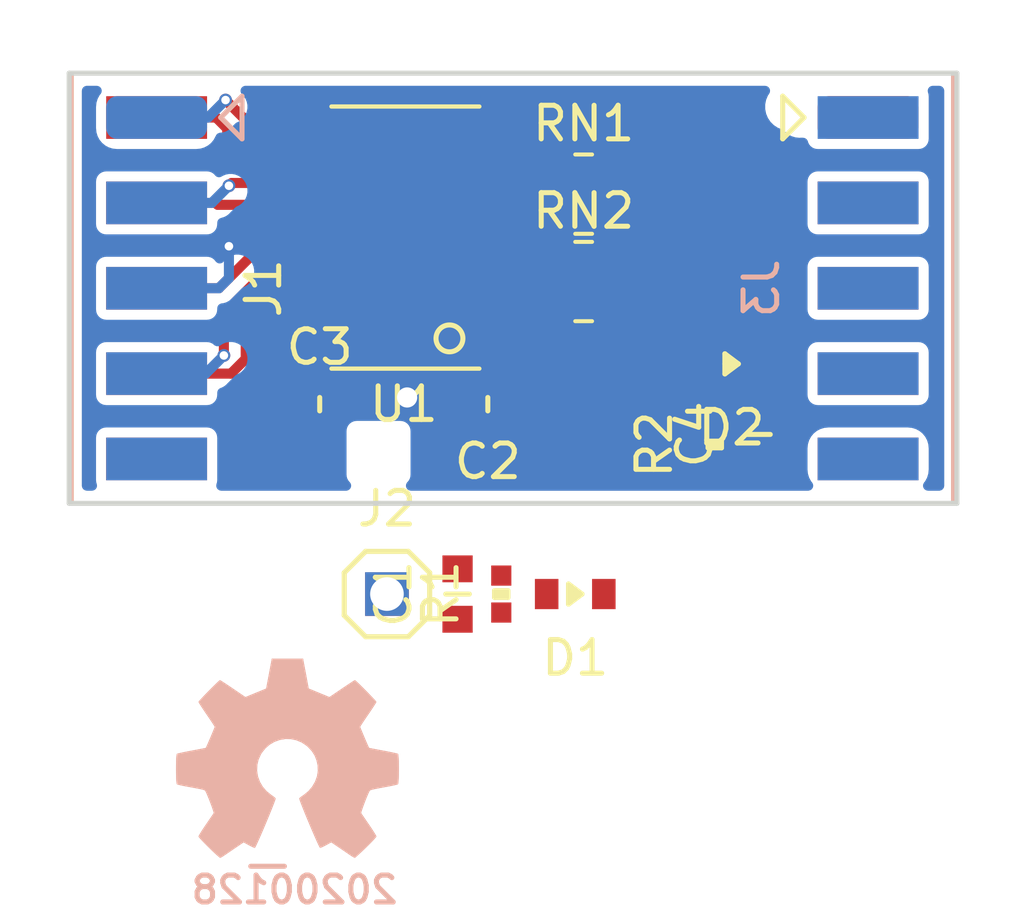
<source format=kicad_pcb>
(kicad_pcb (version 20171130) (host pcbnew 5.1.5-52549c5~84~ubuntu18.04.1)

  (general
    (thickness 1.6)
    (drawings 4)
    (tracks 65)
    (zones 0)
    (modules 16)
    (nets 30)
  )

  (page A4)
  (layers
    (0 F.Cu signal)
    (31 B.Cu signal)
    (32 B.Adhes user)
    (33 F.Adhes user)
    (34 B.Paste user)
    (35 F.Paste user)
    (36 B.SilkS user)
    (37 F.SilkS user)
    (38 B.Mask user)
    (39 F.Mask user)
    (40 Dwgs.User user)
    (41 Cmts.User user)
    (42 Eco1.User user)
    (43 Eco2.User user)
    (44 Edge.Cuts user)
    (45 Margin user)
    (46 B.CrtYd user)
    (47 F.CrtYd user)
    (48 B.Fab user)
    (49 F.Fab user)
  )

  (setup
    (last_trace_width 0.3)
    (user_trace_width 0.1524)
    (user_trace_width 0.2)
    (user_trace_width 0.3)
    (user_trace_width 0.4)
    (user_trace_width 0.6)
    (user_trace_width 1)
    (user_trace_width 1.5)
    (user_trace_width 2)
    (trace_clearance 0.1524)
    (zone_clearance 0.3)
    (zone_45_only no)
    (trace_min 0.1524)
    (via_size 0.381)
    (via_drill 0.254)
    (via_min_size 0.381)
    (via_min_drill 0.254)
    (user_via 0.4 0.254)
    (user_via 0.6 0.4)
    (user_via 0.8 0.6)
    (user_via 1 0.8)
    (user_via 1.3 1)
    (user_via 1.5 1.2)
    (user_via 1.7 1.4)
    (user_via 1.9 1.6)
    (uvia_size 0.381)
    (uvia_drill 0.254)
    (uvias_allowed no)
    (uvia_min_size 0.381)
    (uvia_min_drill 0.254)
    (edge_width 0.15)
    (segment_width 0.2)
    (pcb_text_width 0.3)
    (pcb_text_size 1.5 1.5)
    (mod_edge_width 0.15)
    (mod_text_size 1 1)
    (mod_text_width 0.15)
    (pad_size 1.524 1.524)
    (pad_drill 0.762)
    (pad_to_mask_clearance 0.1)
    (solder_mask_min_width 0.1)
    (aux_axis_origin 0 0)
    (visible_elements FFFFFF7F)
    (pcbplotparams
      (layerselection 0x010fc_ffffffff)
      (usegerberextensions true)
      (usegerberattributes false)
      (usegerberadvancedattributes false)
      (creategerberjobfile false)
      (excludeedgelayer true)
      (linewidth 0.100000)
      (plotframeref false)
      (viasonmask false)
      (mode 1)
      (useauxorigin false)
      (hpglpennumber 1)
      (hpglpenspeed 20)
      (hpglpendiameter 15.000000)
      (psnegative false)
      (psa4output false)
      (plotreference true)
      (plotvalue true)
      (plotinvisibletext false)
      (padsonsilk false)
      (subtractmaskfromsilk false)
      (outputformat 1)
      (mirror false)
      (drillshape 0)
      (scaleselection 1)
      (outputdirectory "OSH_Park_2_layer_plots"))
  )

  (net 0 "")
  (net 1 /VSS)
  (net 2 /VDD_LA)
  (net 3 /VDD_TARGET)
  (net 4 "Net-(D1-Pad2)")
  (net 5 "Net-(D2-Pad2)")
  (net 6 /CH8_OUT)
  (net 7 /CH7_OUT)
  (net 8 /CH6_OUT)
  (net 9 /CH5_OUT)
  (net 10 /CH4_OUT)
  (net 11 /CH3_OUT)
  (net 12 /CH2_OUT)
  (net 13 /CH1_OUT)
  (net 14 /CH8)
  (net 15 /CH7)
  (net 16 /CH6)
  (net 17 /CH5)
  (net 18 /CH4)
  (net 19 /CH3)
  (net 20 /CH2)
  (net 21 /CH1)
  (net 22 /CH4_IN)
  (net 23 /CH2_IN)
  (net 24 /CH3_IN)
  (net 25 /CH1_IN)
  (net 26 /CH8_IN)
  (net 27 /CH6_IN)
  (net 28 /CH7_IN)
  (net 29 /CH5_IN)

  (net_class Default "This is the default net class."
    (clearance 0.1524)
    (trace_width 0.1524)
    (via_dia 0.381)
    (via_drill 0.254)
    (uvia_dia 0.381)
    (uvia_drill 0.254)
    (add_net /CH1)
    (add_net /CH1_IN)
    (add_net /CH1_OUT)
    (add_net /CH2)
    (add_net /CH2_IN)
    (add_net /CH2_OUT)
    (add_net /CH3)
    (add_net /CH3_IN)
    (add_net /CH3_OUT)
    (add_net /CH4)
    (add_net /CH4_IN)
    (add_net /CH4_OUT)
    (add_net /CH5)
    (add_net /CH5_IN)
    (add_net /CH5_OUT)
    (add_net /CH6)
    (add_net /CH6_IN)
    (add_net /CH6_OUT)
    (add_net /CH7)
    (add_net /CH7_IN)
    (add_net /CH7_OUT)
    (add_net /CH8)
    (add_net /CH8_IN)
    (add_net /CH8_OUT)
    (add_net /VDD_LA)
    (add_net /VDD_TARGET)
    (add_net /VSS)
    (add_net "Net-(D1-Pad2)")
    (add_net "Net-(D2-Pad2)")
    (add_net "Net-(J1-Pad9)")
  )

  (module SquantorConnectors:Header-0254-2X05-SMD-Edge (layer B.Cu) (tedit 5E3097C9) (tstamp 5E31053B)
    (at 187.7 88 270)
    (descr "2 by 5 pinheader 2.54mm pitch PCB edge")
    (tags "PCB edge header")
    (path /5E3111F5)
    (fp_text reference J3 (at 0 5.715 270) (layer B.SilkS)
      (effects (font (size 1 1) (thickness 0.15)) (justify mirror))
    )
    (fp_text value Conn_02x05_Odd_Even (at 0 -1.27 270) (layer B.Fab)
      (effects (font (size 1 1) (thickness 0.15)) (justify mirror))
    )
    (fp_line (start -4.445 5.08) (end -5.08 4.445) (layer F.SilkS) (width 0.15))
    (fp_line (start -5.715 5.08) (end -4.445 5.08) (layer F.SilkS) (width 0.15))
    (fp_line (start -5.08 4.445) (end -5.715 5.08) (layer F.SilkS) (width 0.15))
    (fp_line (start -6.35 0) (end 6.35 0) (layer F.SilkS) (width 0.15))
    (fp_line (start 6.35 0) (end -6.35 0) (layer F.CrtYd) (width 0.05))
    (fp_line (start 6.35 5.08) (end 6.35 0) (layer F.CrtYd) (width 0.05))
    (fp_line (start -6.35 5.08) (end 6.35 5.08) (layer F.CrtYd) (width 0.05))
    (fp_line (start -6.35 0) (end -6.35 5.08) (layer F.CrtYd) (width 0.05))
    (fp_line (start 6.35 0) (end -6.35 0) (layer B.CrtYd) (width 0.05))
    (fp_line (start 6.35 5.08) (end 6.35 0) (layer B.CrtYd) (width 0.05))
    (fp_line (start -6.35 5.08) (end 6.35 5.08) (layer B.CrtYd) (width 0.05))
    (fp_line (start -6.35 0) (end -6.35 5.08) (layer B.CrtYd) (width 0.05))
    (fp_line (start -6.35 0) (end 6.35 0) (layer B.SilkS) (width 0.15))
    (pad 10 smd rect (at 5.08 2.54 270) (size 1.27 3) (layers B.Cu B.Paste B.Mask)
      (net 1 /VSS))
    (pad 9 smd rect (at 5.08 2.54 270) (size 1.27 3) (layers F.Cu F.Paste F.Mask)
      (net 3 /VDD_TARGET))
    (pad 8 smd rect (at 2.54 2.54 270) (size 1.27 3) (layers B.Cu B.Paste B.Mask)
      (net 14 /CH8))
    (pad 7 smd rect (at 2.54 2.54 270) (size 1.27 3) (layers F.Cu F.Paste F.Mask)
      (net 15 /CH7))
    (pad 6 smd rect (at 0 2.54 270) (size 1.27 3) (layers B.Cu B.Paste B.Mask)
      (net 16 /CH6))
    (pad 5 smd rect (at 0 2.54 270) (size 1.27 3) (layers F.Cu F.Paste F.Mask)
      (net 17 /CH5))
    (pad 4 smd rect (at -2.54 2.54 270) (size 1.27 3) (layers B.Cu B.Paste B.Mask)
      (net 18 /CH4))
    (pad 3 smd rect (at -2.54 2.54 270) (size 1.27 3) (layers F.Cu F.Paste F.Mask)
      (net 19 /CH3))
    (pad 2 smd rect (at -5.08 2.54 270) (size 1.27 3) (layers B.Cu B.Paste B.Mask)
      (net 20 /CH2))
    (pad 1 smd roundrect (at -5.08 2.54 270) (size 1.27 3) (layers F.Cu F.Paste F.Mask) (roundrect_rratio 0.25)
      (net 21 /CH1))
  )

  (module SquantorIC:SOT355-1-NXP (layer F.Cu) (tedit 5CF7F864) (tstamp 5E3105D8)
    (at 171.35 86.45 180)
    (descr "SOT355-1 TSSOP24: plastic thin shrink small outline package; 24 leads; body width 4.4 mm NXP specification")
    (path /5E29512E)
    (fp_text reference U1 (at 0 -5) (layer F.SilkS)
      (effects (font (size 1 1) (thickness 0.15)))
    )
    (fp_text value 74X8T245 (at 0 5) (layer F.Fab)
      (effects (font (size 1 1) (thickness 0.15)))
    )
    (fp_line (start -4 -4.4) (end -4 4.3) (layer F.CrtYd) (width 0.05))
    (fp_line (start 3.9 -4.4) (end -4 -4.4) (layer F.CrtYd) (width 0.05))
    (fp_line (start 3.9 4.3) (end 3.9 -4.4) (layer F.CrtYd) (width 0.05))
    (fp_line (start -4 4.3) (end 3.9 4.3) (layer F.CrtYd) (width 0.05))
    (fp_poly (pts (xy -3.248975 3.407828) (xy -3.248975 3.657828) (xy -2.248975 3.657828) (xy -2.248975 3.407828)) (layer Dwgs.User) (width 0))
    (fp_poly (pts (xy -3.248975 2.757828) (xy -3.248975 3.007828) (xy -2.248975 3.007828) (xy -2.248975 2.757828)) (layer Dwgs.User) (width 0))
    (fp_poly (pts (xy -3.248975 2.107828) (xy -3.248975 2.357828) (xy -2.248975 2.357828) (xy -2.248975 2.107828)) (layer Dwgs.User) (width 0))
    (fp_poly (pts (xy -3.248975 1.457828) (xy -3.248975 1.707828) (xy -2.248975 1.707828) (xy -2.248975 1.457828)) (layer Dwgs.User) (width 0))
    (fp_poly (pts (xy -3.248975 0.807828) (xy -3.248975 1.057828) (xy -2.248975 1.057828) (xy -2.248975 0.807828)) (layer Dwgs.User) (width 0))
    (fp_poly (pts (xy -3.248975 0.157828) (xy -3.248975 0.407828) (xy -2.248975 0.407828) (xy -2.248975 0.157828)) (layer Dwgs.User) (width 0))
    (fp_poly (pts (xy -3.248975 -3.742172) (xy -3.248975 -3.492172) (xy -2.248975 -3.492172) (xy -2.248975 -3.742172)) (layer Dwgs.User) (width 0))
    (fp_poly (pts (xy -3.248975 -3.092172) (xy -3.248975 -2.842172) (xy -2.248975 -2.842172) (xy -2.248975 -3.092172)) (layer Dwgs.User) (width 0))
    (fp_poly (pts (xy -3.248975 -2.442172) (xy -3.248975 -2.192172) (xy -2.248975 -2.192172) (xy -2.248975 -2.442172)) (layer Dwgs.User) (width 0))
    (fp_poly (pts (xy -3.248975 -1.792172) (xy -3.248975 -1.542172) (xy -2.248975 -1.542172) (xy -2.248975 -1.792172)) (layer Dwgs.User) (width 0))
    (fp_poly (pts (xy -3.248975 -1.142172) (xy -3.248975 -0.892172) (xy -2.248975 -0.892172) (xy -2.248975 -1.142172)) (layer Dwgs.User) (width 0))
    (fp_poly (pts (xy -3.248975 -0.492172) (xy -3.248975 -0.242172) (xy -2.248975 -0.242172) (xy -2.248975 -0.492172)) (layer Dwgs.User) (width 0))
    (fp_poly (pts (xy 2.151025 3.407828) (xy 2.151025 3.657828) (xy 3.151025 3.657828) (xy 3.151025 3.407828)) (layer Dwgs.User) (width 0))
    (fp_poly (pts (xy 2.151025 2.757828) (xy 2.151025 3.007828) (xy 3.151025 3.007828) (xy 3.151025 2.757828)) (layer Dwgs.User) (width 0))
    (fp_poly (pts (xy 2.151025 2.107828) (xy 2.151025 2.357828) (xy 3.151025 2.357828) (xy 3.151025 2.107828)) (layer Dwgs.User) (width 0))
    (fp_poly (pts (xy 2.151025 1.457828) (xy 2.151025 1.707828) (xy 3.151025 1.707828) (xy 3.151025 1.457828)) (layer Dwgs.User) (width 0))
    (fp_poly (pts (xy 2.151025 0.807828) (xy 2.151025 1.057828) (xy 3.151025 1.057828) (xy 3.151025 0.807828)) (layer Dwgs.User) (width 0))
    (fp_poly (pts (xy 2.151025 0.157828) (xy 2.151025 0.407828) (xy 3.151025 0.407828) (xy 3.151025 0.157828)) (layer Dwgs.User) (width 0))
    (fp_poly (pts (xy 2.151025 -3.742172) (xy 2.151025 -3.492172) (xy 3.151025 -3.492172) (xy 3.151025 -3.742172)) (layer Dwgs.User) (width 0))
    (fp_poly (pts (xy 2.151025 -3.092172) (xy 2.151025 -2.842172) (xy 3.151025 -2.842172) (xy 3.151025 -3.092172)) (layer Dwgs.User) (width 0))
    (fp_poly (pts (xy 2.151025 -2.442172) (xy 2.151025 -2.192172) (xy 3.151025 -2.192172) (xy 3.151025 -2.442172)) (layer Dwgs.User) (width 0))
    (fp_poly (pts (xy 2.151025 -1.792172) (xy 2.151025 -1.542172) (xy 3.151025 -1.542172) (xy 3.151025 -1.792172)) (layer Dwgs.User) (width 0))
    (fp_poly (pts (xy 2.151025 -1.142172) (xy 2.151025 -0.892172) (xy 3.151025 -0.892172) (xy 3.151025 -1.142172)) (layer Dwgs.User) (width 0))
    (fp_poly (pts (xy 2.151025 -0.492172) (xy 2.151025 -0.242172) (xy 3.151025 -0.242172) (xy 3.151025 -0.492172)) (layer Dwgs.User) (width 0))
    (fp_circle (center -1.358975 -3.042172) (end -1.358975 -2.642172) (layer F.SilkS) (width 0.15))
    (fp_line (start 2.151025 -3.942172) (end -2.248975 -3.942172) (layer F.SilkS) (width 0.127))
    (fp_line (start 2.151025 3.857828) (end 2.151025 -3.942172) (layer Dwgs.User) (width 0.127))
    (fp_line (start -2.248975 3.857828) (end 2.151025 3.857828) (layer F.SilkS) (width 0.127))
    (fp_line (start -2.248975 -3.942172) (end -2.248975 3.857828) (layer Dwgs.User) (width 0.127))
    (pad 24 smd rect (at 2.876025 -3.717172 90) (size 0.6 1.35) (layers F.Cu F.Paste F.Mask)
      (net 3 /VDD_TARGET))
    (pad 23 smd rect (at 2.876025 -2.967172 90) (size 0.4 1.35) (layers F.Cu F.Paste F.Mask)
      (net 3 /VDD_TARGET))
    (pad 22 smd rect (at 2.876025 -2.317172 90) (size 0.4 1.35) (layers F.Cu F.Paste F.Mask)
      (net 1 /VSS))
    (pad 21 smd rect (at 2.876025 -1.667172 90) (size 0.4 1.35) (layers F.Cu F.Paste F.Mask)
      (net 6 /CH8_OUT))
    (pad 20 smd rect (at 2.876025 -1.017172 90) (size 0.4 1.35) (layers F.Cu F.Paste F.Mask)
      (net 7 /CH7_OUT))
    (pad 19 smd rect (at 2.876025 -0.367172 90) (size 0.4 1.35) (layers F.Cu F.Paste F.Mask)
      (net 8 /CH6_OUT))
    (pad 18 smd rect (at 2.876025 0.282828 90) (size 0.4 1.35) (layers F.Cu F.Paste F.Mask)
      (net 9 /CH5_OUT))
    (pad 17 smd rect (at 2.876025 0.932828 90) (size 0.4 1.35) (layers F.Cu F.Paste F.Mask)
      (net 10 /CH4_OUT))
    (pad 16 smd rect (at 2.876025 1.582828 90) (size 0.4 1.35) (layers F.Cu F.Paste F.Mask)
      (net 11 /CH3_OUT))
    (pad 15 smd rect (at 2.876025 2.232828 90) (size 0.4 1.35) (layers F.Cu F.Paste F.Mask)
      (net 12 /CH2_OUT))
    (pad 14 smd rect (at 2.876025 2.882828 90) (size 0.4 1.35) (layers F.Cu F.Paste F.Mask)
      (net 13 /CH1_OUT))
    (pad 13 smd rect (at 2.876025 3.632828 90) (size 0.6 1.35) (layers F.Cu F.Paste F.Mask)
      (net 1 /VSS))
    (pad 12 smd rect (at -2.973975 3.632828 90) (size 0.6 1.35) (layers F.Cu F.Paste F.Mask)
      (net 1 /VSS))
    (pad 11 smd rect (at -2.973975 2.882828 90) (size 0.4 1.35) (layers F.Cu F.Paste F.Mask)
      (net 1 /VSS))
    (pad 10 smd rect (at -2.973975 2.232828 90) (size 0.4 1.35) (layers F.Cu F.Paste F.Mask)
      (net 25 /CH1_IN))
    (pad 9 smd rect (at -2.973975 1.582828 90) (size 0.4 1.35) (layers F.Cu F.Paste F.Mask)
      (net 23 /CH2_IN))
    (pad 8 smd rect (at -2.973975 0.932828 90) (size 0.4 1.35) (layers F.Cu F.Paste F.Mask)
      (net 24 /CH3_IN))
    (pad 7 smd rect (at -2.973975 0.282828 90) (size 0.4 1.35) (layers F.Cu F.Paste F.Mask)
      (net 22 /CH4_IN))
    (pad 6 smd rect (at -2.973975 -0.367172 90) (size 0.4 1.35) (layers F.Cu F.Paste F.Mask)
      (net 29 /CH5_IN))
    (pad 5 smd rect (at -2.973975 -1.017172 90) (size 0.4 1.35) (layers F.Cu F.Paste F.Mask)
      (net 27 /CH6_IN))
    (pad 4 smd rect (at -2.973975 -1.667172 90) (size 0.4 1.35) (layers F.Cu F.Paste F.Mask)
      (net 28 /CH7_IN))
    (pad 3 smd rect (at -2.973975 -2.317172 90) (size 0.4 1.35) (layers F.Cu F.Paste F.Mask)
      (net 26 /CH8_IN))
    (pad 2 smd rect (at -2.973975 -2.967172 90) (size 0.4 1.35) (layers F.Cu F.Paste F.Mask)
      (net 1 /VSS))
    (pad 1 smd rect (at -2.973975 -3.717172 90) (size 0.6 1.35) (layers F.Cu F.Paste F.Mask)
      (net 2 /VDD_LA))
  )

  (module Resistor_SMD:R_Array_Convex_4x0402 (layer F.Cu) (tedit 58E0A8A8) (tstamp 5E31059B)
    (at 176.7 87.8)
    (descr "Chip Resistor Network, ROHM MNR04 (see mnr_g.pdf)")
    (tags "resistor array")
    (path /5E3165D5)
    (attr smd)
    (fp_text reference RN2 (at 0 -2.1) (layer F.SilkS)
      (effects (font (size 1 1) (thickness 0.15)))
    )
    (fp_text value 100 (at 0 2.1) (layer F.Fab)
      (effects (font (size 1 1) (thickness 0.15)))
    )
    (fp_line (start 1 1.25) (end -1 1.25) (layer F.CrtYd) (width 0.05))
    (fp_line (start 1 1.25) (end 1 -1.25) (layer F.CrtYd) (width 0.05))
    (fp_line (start -1 -1.25) (end -1 1.25) (layer F.CrtYd) (width 0.05))
    (fp_line (start -1 -1.25) (end 1 -1.25) (layer F.CrtYd) (width 0.05))
    (fp_line (start 0.25 1.18) (end -0.25 1.18) (layer F.SilkS) (width 0.12))
    (fp_line (start 0.25 -1.18) (end -0.25 -1.18) (layer F.SilkS) (width 0.12))
    (fp_line (start -0.5 1) (end -0.5 -1) (layer F.Fab) (width 0.1))
    (fp_line (start 0.5 1) (end -0.5 1) (layer F.Fab) (width 0.1))
    (fp_line (start 0.5 -1) (end 0.5 1) (layer F.Fab) (width 0.1))
    (fp_line (start -0.5 -1) (end 0.5 -1) (layer F.Fab) (width 0.1))
    (fp_text user %R (at 0 0 90) (layer F.Fab)
      (effects (font (size 0.5 0.5) (thickness 0.075)))
    )
    (pad 5 smd rect (at 0.5 0.75) (size 0.5 0.4) (layers F.Cu F.Paste F.Mask)
      (net 14 /CH8))
    (pad 6 smd rect (at 0.5 0.25) (size 0.5 0.3) (layers F.Cu F.Paste F.Mask)
      (net 15 /CH7))
    (pad 8 smd rect (at 0.5 -0.75) (size 0.5 0.4) (layers F.Cu F.Paste F.Mask)
      (net 17 /CH5))
    (pad 7 smd rect (at 0.5 -0.25) (size 0.5 0.3) (layers F.Cu F.Paste F.Mask)
      (net 16 /CH6))
    (pad 4 smd rect (at -0.5 0.75) (size 0.5 0.4) (layers F.Cu F.Paste F.Mask)
      (net 26 /CH8_IN))
    (pad 2 smd rect (at -0.5 -0.25) (size 0.5 0.3) (layers F.Cu F.Paste F.Mask)
      (net 27 /CH6_IN))
    (pad 3 smd rect (at -0.5 0.25) (size 0.5 0.3) (layers F.Cu F.Paste F.Mask)
      (net 28 /CH7_IN))
    (pad 1 smd rect (at -0.5 -0.75) (size 0.5 0.4) (layers F.Cu F.Paste F.Mask)
      (net 29 /CH5_IN))
    (model ${KISYS3DMOD}/Resistor_SMD.3dshapes/R_Array_Convex_4x0402.wrl
      (at (xyz 0 0 0))
      (scale (xyz 1 1 1))
      (rotate (xyz 0 0 0))
    )
  )

  (module Resistor_SMD:R_Array_Convex_4x0402 (layer F.Cu) (tedit 58E0A8A8) (tstamp 5E310EB5)
    (at 176.7 85.2)
    (descr "Chip Resistor Network, ROHM MNR04 (see mnr_g.pdf)")
    (tags "resistor array")
    (path /5E313D56)
    (attr smd)
    (fp_text reference RN1 (at 0 -2.1) (layer F.SilkS)
      (effects (font (size 1 1) (thickness 0.15)))
    )
    (fp_text value 100 (at 0 2.1) (layer F.Fab)
      (effects (font (size 1 1) (thickness 0.15)))
    )
    (fp_line (start 1 1.25) (end -1 1.25) (layer F.CrtYd) (width 0.05))
    (fp_line (start 1 1.25) (end 1 -1.25) (layer F.CrtYd) (width 0.05))
    (fp_line (start -1 -1.25) (end -1 1.25) (layer F.CrtYd) (width 0.05))
    (fp_line (start -1 -1.25) (end 1 -1.25) (layer F.CrtYd) (width 0.05))
    (fp_line (start 0.25 1.18) (end -0.25 1.18) (layer F.SilkS) (width 0.12))
    (fp_line (start 0.25 -1.18) (end -0.25 -1.18) (layer F.SilkS) (width 0.12))
    (fp_line (start -0.5 1) (end -0.5 -1) (layer F.Fab) (width 0.1))
    (fp_line (start 0.5 1) (end -0.5 1) (layer F.Fab) (width 0.1))
    (fp_line (start 0.5 -1) (end 0.5 1) (layer F.Fab) (width 0.1))
    (fp_line (start -0.5 -1) (end 0.5 -1) (layer F.Fab) (width 0.1))
    (fp_text user %R (at 0 0 90) (layer F.Fab)
      (effects (font (size 0.5 0.5) (thickness 0.075)))
    )
    (pad 5 smd rect (at 0.5 0.75) (size 0.5 0.4) (layers F.Cu F.Paste F.Mask)
      (net 18 /CH4))
    (pad 6 smd rect (at 0.5 0.25) (size 0.5 0.3) (layers F.Cu F.Paste F.Mask)
      (net 19 /CH3))
    (pad 8 smd rect (at 0.5 -0.75) (size 0.5 0.4) (layers F.Cu F.Paste F.Mask)
      (net 21 /CH1))
    (pad 7 smd rect (at 0.5 -0.25) (size 0.5 0.3) (layers F.Cu F.Paste F.Mask)
      (net 20 /CH2))
    (pad 4 smd rect (at -0.5 0.75) (size 0.5 0.4) (layers F.Cu F.Paste F.Mask)
      (net 22 /CH4_IN))
    (pad 2 smd rect (at -0.5 -0.25) (size 0.5 0.3) (layers F.Cu F.Paste F.Mask)
      (net 23 /CH2_IN))
    (pad 3 smd rect (at -0.5 0.25) (size 0.5 0.3) (layers F.Cu F.Paste F.Mask)
      (net 24 /CH3_IN))
    (pad 1 smd rect (at -0.5 -0.75) (size 0.5 0.4) (layers F.Cu F.Paste F.Mask)
      (net 25 /CH1_IN))
    (model ${KISYS3DMOD}/Resistor_SMD.3dshapes/R_Array_Convex_4x0402.wrl
      (at (xyz 0 0 0))
      (scale (xyz 1 1 1))
      (rotate (xyz 0 0 0))
    )
  )

  (module SquantorRcl:R_0402_hand (layer F.Cu) (tedit 5D440136) (tstamp 5E31056D)
    (at 180.6 92.65 90)
    (descr "Resistor SMD 0402, reflow soldering, Vishay (see dcrcw.pdf)")
    (tags "resistor 0402")
    (path /5E38DE6E)
    (attr smd)
    (fp_text reference R2 (at 0 -1.8 90) (layer F.SilkS)
      (effects (font (size 1 1) (thickness 0.15)))
    )
    (fp_text value 1K (at 0 1.8 90) (layer F.Fab)
      (effects (font (size 1 1) (thickness 0.15)))
    )
    (fp_line (start 0 -0.2) (end 0 0.2) (layer F.SilkS) (width 0.15))
    (fp_line (start -0.1 0.2) (end -0.1 -0.2) (layer F.SilkS) (width 0.15))
    (fp_line (start 0.1 0.2) (end -0.1 0.2) (layer F.SilkS) (width 0.15))
    (fp_line (start 0.1 -0.2) (end 0.1 0.2) (layer F.SilkS) (width 0.15))
    (fp_line (start -0.1 -0.2) (end 0.1 -0.2) (layer F.SilkS) (width 0.15))
    (fp_line (start 1.1 -0.55) (end 1.1 0.55) (layer F.CrtYd) (width 0.05))
    (fp_line (start -1.1 -0.55) (end -1.1 0.55) (layer F.CrtYd) (width 0.05))
    (fp_line (start -1.1 0.55) (end 1.1 0.55) (layer F.CrtYd) (width 0.05))
    (fp_line (start -1.1 -0.55) (end 1.1 -0.55) (layer F.CrtYd) (width 0.05))
    (fp_line (start -0.5 -0.25) (end 0.5 -0.25) (layer F.Fab) (width 0.1))
    (fp_line (start 0.5 -0.25) (end 0.5 0.25) (layer F.Fab) (width 0.1))
    (fp_line (start 0.5 0.25) (end -0.5 0.25) (layer F.Fab) (width 0.1))
    (fp_line (start -0.5 0.25) (end -0.5 -0.25) (layer F.Fab) (width 0.1))
    (pad 2 smd rect (at 0.55 0 90) (size 0.6 0.6) (layers F.Cu F.Paste F.Mask)
      (net 5 "Net-(D2-Pad2)"))
    (pad 1 smd rect (at -0.55 0 90) (size 0.6 0.6) (layers F.Cu F.Paste F.Mask)
      (net 3 /VDD_TARGET))
    (model ${KISYS3DMOD}/Resistor_SMD.3dshapes/R_0402_1005Metric.step
      (at (xyz 0 0 0))
      (scale (xyz 1 1 1))
      (rotate (xyz 0 0 0))
    )
  )

  (module SquantorRcl:R_0402_hand (layer F.Cu) (tedit 5D440136) (tstamp 5E310C5C)
    (at 174.25 97.1 90)
    (descr "Resistor SMD 0402, reflow soldering, Vishay (see dcrcw.pdf)")
    (tags "resistor 0402")
    (path /5E39775A)
    (attr smd)
    (fp_text reference R1 (at 0 -1.8 90) (layer F.SilkS)
      (effects (font (size 1 1) (thickness 0.15)))
    )
    (fp_text value 1K (at 0 1.8 90) (layer F.Fab)
      (effects (font (size 1 1) (thickness 0.15)))
    )
    (fp_line (start 0 -0.2) (end 0 0.2) (layer F.SilkS) (width 0.15))
    (fp_line (start -0.1 0.2) (end -0.1 -0.2) (layer F.SilkS) (width 0.15))
    (fp_line (start 0.1 0.2) (end -0.1 0.2) (layer F.SilkS) (width 0.15))
    (fp_line (start 0.1 -0.2) (end 0.1 0.2) (layer F.SilkS) (width 0.15))
    (fp_line (start -0.1 -0.2) (end 0.1 -0.2) (layer F.SilkS) (width 0.15))
    (fp_line (start 1.1 -0.55) (end 1.1 0.55) (layer F.CrtYd) (width 0.05))
    (fp_line (start -1.1 -0.55) (end -1.1 0.55) (layer F.CrtYd) (width 0.05))
    (fp_line (start -1.1 0.55) (end 1.1 0.55) (layer F.CrtYd) (width 0.05))
    (fp_line (start -1.1 -0.55) (end 1.1 -0.55) (layer F.CrtYd) (width 0.05))
    (fp_line (start -0.5 -0.25) (end 0.5 -0.25) (layer F.Fab) (width 0.1))
    (fp_line (start 0.5 -0.25) (end 0.5 0.25) (layer F.Fab) (width 0.1))
    (fp_line (start 0.5 0.25) (end -0.5 0.25) (layer F.Fab) (width 0.1))
    (fp_line (start -0.5 0.25) (end -0.5 -0.25) (layer F.Fab) (width 0.1))
    (pad 2 smd rect (at 0.55 0 90) (size 0.6 0.6) (layers F.Cu F.Paste F.Mask)
      (net 4 "Net-(D1-Pad2)"))
    (pad 1 smd rect (at -0.55 0 90) (size 0.6 0.6) (layers F.Cu F.Paste F.Mask)
      (net 2 /VDD_LA))
    (model ${KISYS3DMOD}/Resistor_SMD.3dshapes/R_0402_1005Metric.step
      (at (xyz 0 0 0))
      (scale (xyz 1 1 1))
      (rotate (xyz 0 0 0))
    )
  )

  (module SquantorLabels:Label_Generic (layer B.Cu) (tedit 5D8A7D4C) (tstamp 5B96DD88)
    (at 167.3 105.8)
    (descr "Label for general purpose use")
    (tags Label)
    (path /5A1357A5)
    (attr smd)
    (fp_text reference N2 (at 0 -1.85) (layer B.Fab) hide
      (effects (font (size 1 1) (thickness 0.15)) (justify mirror))
    )
    (fp_text value 20200128 (at 0.8 0.1) (layer B.SilkS)
      (effects (font (size 0.8 0.8) (thickness 0.15)) (justify mirror))
    )
    (fp_line (start -0.5 -0.6) (end 0.5 -0.6) (layer B.SilkS) (width 0.15))
  )

  (module SquantorConnectors:Header-0254-1X01-H010 (layer F.Cu) (tedit 5E309A88) (tstamp 5E310520)
    (at 170.85 97.1)
    (descr "PIN HEADER")
    (tags "PIN HEADER")
    (path /5E28D83D)
    (attr virtual)
    (fp_text reference J2 (at 0 -2.54) (layer F.SilkS)
      (effects (font (size 1 1) (thickness 0.15)))
    )
    (fp_text value Conn_01x01 (at 0 2.1) (layer F.Fab)
      (effects (font (size 1 1) (thickness 0.15)))
    )
    (fp_line (start 0.635 1.27) (end -0.635 1.27) (layer F.SilkS) (width 0.1524))
    (fp_line (start -1.27 0.635) (end -0.635 1.27) (layer F.SilkS) (width 0.1524))
    (fp_line (start -0.635 -1.27) (end -1.27 -0.635) (layer F.SilkS) (width 0.1524))
    (fp_line (start -1.27 -0.635) (end -1.27 0.635) (layer F.SilkS) (width 0.1524))
    (fp_line (start 1.27 0.635) (end 0.635 1.27) (layer F.SilkS) (width 0.1524))
    (fp_line (start 1.27 -0.635) (end 1.27 0.635) (layer F.SilkS) (width 0.1524))
    (fp_line (start 0.635 -1.27) (end 1.27 -0.635) (layer F.SilkS) (width 0.1524))
    (fp_line (start -0.635 -1.27) (end 0.635 -1.27) (layer F.SilkS) (width 0.1524))
    (pad 1 thru_hole rect (at 0 0 180) (size 1.3 1.3) (drill 1) (layers *.Cu *.Mask)
      (net 2 /VDD_LA))
  )

  (module SquantorConnectors:Header-0254-2X05-SMD-Edge (layer F.Cu) (tedit 5E3097C9) (tstamp 5E310513)
    (at 161.46 88 270)
    (descr "2 by 5 pinheader 2.54mm pitch PCB edge")
    (tags "PCB edge header")
    (path /5E28C6AE)
    (fp_text reference J1 (at 0 -5.715 90) (layer F.SilkS)
      (effects (font (size 1 1) (thickness 0.15)))
    )
    (fp_text value Conn_02x05_Odd_Even (at 0 1.27 90) (layer F.Fab)
      (effects (font (size 1 1) (thickness 0.15)))
    )
    (fp_line (start -4.445 -5.08) (end -5.08 -4.445) (layer B.SilkS) (width 0.15))
    (fp_line (start -5.715 -5.08) (end -4.445 -5.08) (layer B.SilkS) (width 0.15))
    (fp_line (start -5.08 -4.445) (end -5.715 -5.08) (layer B.SilkS) (width 0.15))
    (fp_line (start -6.35 0) (end 6.35 0) (layer B.SilkS) (width 0.15))
    (fp_line (start 6.35 0) (end -6.35 0) (layer B.CrtYd) (width 0.05))
    (fp_line (start 6.35 -5.08) (end 6.35 0) (layer B.CrtYd) (width 0.05))
    (fp_line (start -6.35 -5.08) (end 6.35 -5.08) (layer B.CrtYd) (width 0.05))
    (fp_line (start -6.35 0) (end -6.35 -5.08) (layer B.CrtYd) (width 0.05))
    (fp_line (start 6.35 0) (end -6.35 0) (layer F.CrtYd) (width 0.05))
    (fp_line (start 6.35 -5.08) (end 6.35 0) (layer F.CrtYd) (width 0.05))
    (fp_line (start -6.35 -5.08) (end 6.35 -5.08) (layer F.CrtYd) (width 0.05))
    (fp_line (start -6.35 0) (end -6.35 -5.08) (layer F.CrtYd) (width 0.05))
    (fp_line (start -6.35 0) (end 6.35 0) (layer F.SilkS) (width 0.15))
    (pad 10 smd rect (at 5.08 -2.54 270) (size 1.27 3) (layers F.Cu F.Paste F.Mask)
      (net 1 /VSS))
    (pad 9 smd rect (at 5.08 -2.54 270) (size 1.27 3) (layers B.Cu B.Paste B.Mask))
    (pad 8 smd rect (at 2.54 -2.54 270) (size 1.27 3) (layers F.Cu F.Paste F.Mask)
      (net 6 /CH8_OUT))
    (pad 7 smd rect (at 2.54 -2.54 270) (size 1.27 3) (layers B.Cu B.Paste B.Mask)
      (net 7 /CH7_OUT))
    (pad 6 smd rect (at 0 -2.54 270) (size 1.27 3) (layers F.Cu F.Paste F.Mask)
      (net 8 /CH6_OUT))
    (pad 5 smd rect (at 0 -2.54 270) (size 1.27 3) (layers B.Cu B.Paste B.Mask)
      (net 9 /CH5_OUT))
    (pad 4 smd rect (at -2.54 -2.54 270) (size 1.27 3) (layers F.Cu F.Paste F.Mask)
      (net 10 /CH4_OUT))
    (pad 3 smd rect (at -2.54 -2.54 270) (size 1.27 3) (layers B.Cu B.Paste B.Mask)
      (net 11 /CH3_OUT))
    (pad 2 smd rect (at -5.08 -2.54 270) (size 1.27 3) (layers F.Cu F.Paste F.Mask)
      (net 12 /CH2_OUT))
    (pad 1 smd roundrect (at -5.08 -2.54 270) (size 1.27 3) (layers B.Cu B.Paste B.Mask) (roundrect_rratio 0.25)
      (net 13 /CH1_OUT))
  )

  (module SquantorDiodes:LED_0603_hand (layer F.Cu) (tedit 5D43FE44) (tstamp 5E3104F8)
    (at 181.1 90.25 180)
    (descr "LED SMD 0603, reflow soldering, general purpose")
    (tags "LED 0603")
    (path /5E38F0D7)
    (attr smd)
    (fp_text reference D2 (at 0 -1.9) (layer F.SilkS)
      (effects (font (size 1 1) (thickness 0.15)))
    )
    (fp_text value RED (at 0 1.9) (layer F.Fab)
      (effects (font (size 1 1) (thickness 0.15)))
    )
    (fp_line (start 0.1 -0.2) (end 0.1 0.2) (layer F.SilkS) (width 0.15))
    (fp_line (start -0.2 0) (end 0.2 0) (layer F.SilkS) (width 0.15))
    (fp_line (start 0.2 0.3) (end 0.2 -0.3) (layer F.SilkS) (width 0.15))
    (fp_line (start -0.2 0) (end 0.2 0.3) (layer F.SilkS) (width 0.15))
    (fp_line (start 0.2 -0.3) (end -0.2 0) (layer F.SilkS) (width 0.15))
    (fp_line (start 1.5 -0.7) (end 1.5 0.7) (layer F.CrtYd) (width 0.05))
    (fp_line (start -1.5 -0.7) (end -1.5 0.7) (layer F.CrtYd) (width 0.05))
    (fp_line (start -1.5 0.7) (end 1.5 0.7) (layer F.CrtYd) (width 0.05))
    (fp_line (start -1.5 -0.7) (end 1.5 -0.7) (layer F.CrtYd) (width 0.05))
    (fp_line (start -0.8 -0.4) (end 0.8 -0.4) (layer F.Fab) (width 0.1))
    (fp_line (start 0.8 -0.4) (end 0.8 0.4) (layer F.Fab) (width 0.1))
    (fp_line (start 0.8 0.4) (end -0.8 0.4) (layer F.Fab) (width 0.1))
    (fp_line (start -0.8 0.4) (end -0.8 -0.4) (layer F.Fab) (width 0.1))
    (pad 2 smd rect (at 0.85 0 180) (size 0.7 0.9) (layers F.Cu F.Paste F.Mask)
      (net 5 "Net-(D2-Pad2)"))
    (pad 1 smd rect (at -0.85 0 180) (size 0.7 0.9) (layers F.Cu F.Paste F.Mask)
      (net 1 /VSS))
    (model ${KISYS3DMOD}/LED_SMD.3dshapes/LED_0603_1608Metric.step
      (at (xyz 0 0 0))
      (scale (xyz 1 1 1))
      (rotate (xyz 0 0 0))
    )
  )

  (module SquantorDiodes:LED_0603_hand (layer F.Cu) (tedit 5D43FE44) (tstamp 5E3104E5)
    (at 176.45 97.1 180)
    (descr "LED SMD 0603, reflow soldering, general purpose")
    (tags "LED 0603")
    (path /5E397766)
    (attr smd)
    (fp_text reference D1 (at 0 -1.9) (layer F.SilkS)
      (effects (font (size 1 1) (thickness 0.15)))
    )
    (fp_text value GREEN (at 0 1.9) (layer F.Fab)
      (effects (font (size 1 1) (thickness 0.15)))
    )
    (fp_line (start 0.1 -0.2) (end 0.1 0.2) (layer F.SilkS) (width 0.15))
    (fp_line (start -0.2 0) (end 0.2 0) (layer F.SilkS) (width 0.15))
    (fp_line (start 0.2 0.3) (end 0.2 -0.3) (layer F.SilkS) (width 0.15))
    (fp_line (start -0.2 0) (end 0.2 0.3) (layer F.SilkS) (width 0.15))
    (fp_line (start 0.2 -0.3) (end -0.2 0) (layer F.SilkS) (width 0.15))
    (fp_line (start 1.5 -0.7) (end 1.5 0.7) (layer F.CrtYd) (width 0.05))
    (fp_line (start -1.5 -0.7) (end -1.5 0.7) (layer F.CrtYd) (width 0.05))
    (fp_line (start -1.5 0.7) (end 1.5 0.7) (layer F.CrtYd) (width 0.05))
    (fp_line (start -1.5 -0.7) (end 1.5 -0.7) (layer F.CrtYd) (width 0.05))
    (fp_line (start -0.8 -0.4) (end 0.8 -0.4) (layer F.Fab) (width 0.1))
    (fp_line (start 0.8 -0.4) (end 0.8 0.4) (layer F.Fab) (width 0.1))
    (fp_line (start 0.8 0.4) (end -0.8 0.4) (layer F.Fab) (width 0.1))
    (fp_line (start -0.8 0.4) (end -0.8 -0.4) (layer F.Fab) (width 0.1))
    (pad 2 smd rect (at 0.85 0 180) (size 0.7 0.9) (layers F.Cu F.Paste F.Mask)
      (net 4 "Net-(D1-Pad2)"))
    (pad 1 smd rect (at -0.85 0 180) (size 0.7 0.9) (layers F.Cu F.Paste F.Mask)
      (net 1 /VSS))
    (model ${KISYS3DMOD}/LED_SMD.3dshapes/LED_0603_1608Metric.step
      (at (xyz 0 0 0))
      (scale (xyz 1 1 1))
      (rotate (xyz 0 0 0))
    )
  )

  (module SquantorRcl:C_0603 (layer F.Cu) (tedit 5D4422AA) (tstamp 5E3104D2)
    (at 181.9 92.35 90)
    (descr "Capacitor SMD 0603, reflow soldering, AVX (see smccp.pdf)")
    (tags "capacitor 0603")
    (path /5E320936)
    (attr smd)
    (fp_text reference C4 (at 0 -1.9 90) (layer F.SilkS)
      (effects (font (size 1 1) (thickness 0.15)))
    )
    (fp_text value 10u (at 0 1.9 90) (layer F.Fab)
      (effects (font (size 1 1) (thickness 0.15)))
    )
    (fp_line (start 0 -0.35) (end 0 0.35) (layer F.SilkS) (width 0.15))
    (fp_line (start 1.4 -0.7) (end 1.4 0.7) (layer F.CrtYd) (width 0.05))
    (fp_line (start -1.4 -0.7) (end -1.4 0.7) (layer F.CrtYd) (width 0.05))
    (fp_line (start -1.4 0.7) (end 1.4 0.7) (layer F.CrtYd) (width 0.05))
    (fp_line (start -1.4 -0.7) (end 1.4 -0.7) (layer F.CrtYd) (width 0.05))
    (fp_line (start -0.8 -0.4) (end 0.8 -0.4) (layer F.Fab) (width 0.1))
    (fp_line (start 0.8 -0.4) (end 0.8 0.4) (layer F.Fab) (width 0.1))
    (fp_line (start 0.8 0.4) (end -0.8 0.4) (layer F.Fab) (width 0.1))
    (fp_line (start -0.8 0.4) (end -0.8 -0.4) (layer F.Fab) (width 0.1))
    (pad 2 smd rect (at 0.75 0 90) (size 0.8 0.9) (layers F.Cu F.Paste F.Mask)
      (net 1 /VSS))
    (pad 1 smd rect (at -0.75 0 90) (size 0.8 0.9) (layers F.Cu F.Paste F.Mask)
      (net 3 /VDD_TARGET))
    (model ${KISYS3DMOD}/Capacitor_SMD.3dshapes/C_0603_1608Metric.step
      (at (xyz 0 0 0))
      (scale (xyz 1 1 1))
      (rotate (xyz 0 0 0))
    )
  )

  (module SquantorRcl:C_0402 (layer F.Cu) (tedit 5D442507) (tstamp 5E310B74)
    (at 168.85 91.45)
    (descr "Capacitor SMD 0402, reflow soldering, AVX (see smccp.pdf)")
    (tags "capacitor 0402")
    (path /5E29807A)
    (attr smd)
    (fp_text reference C3 (at 0 -1.7) (layer F.SilkS)
      (effects (font (size 1 1) (thickness 0.15)))
    )
    (fp_text value 1u (at 0 1.7) (layer F.Fab)
      (effects (font (size 1 1) (thickness 0.15)))
    )
    (fp_line (start 0 -0.2) (end 0 0.2) (layer F.SilkS) (width 0.15))
    (fp_line (start 1.1 -0.55) (end 1.1 0.55) (layer F.CrtYd) (width 0.05))
    (fp_line (start -1.1 -0.55) (end -1.1 0.55) (layer F.CrtYd) (width 0.05))
    (fp_line (start -1.1 0.55) (end 1.1 0.55) (layer F.CrtYd) (width 0.05))
    (fp_line (start -1.1 -0.55) (end 1.1 -0.55) (layer F.CrtYd) (width 0.05))
    (fp_line (start -0.5 -0.25) (end 0.5 -0.25) (layer F.Fab) (width 0.1))
    (fp_line (start 0.5 -0.25) (end 0.5 0.25) (layer F.Fab) (width 0.1))
    (fp_line (start 0.5 0.25) (end -0.5 0.25) (layer F.Fab) (width 0.1))
    (fp_line (start -0.5 0.25) (end -0.5 -0.25) (layer F.Fab) (width 0.1))
    (pad 2 smd rect (at 0.55 0) (size 0.6 0.6) (layers F.Cu F.Paste F.Mask)
      (net 1 /VSS))
    (pad 1 smd rect (at -0.55 0) (size 0.6 0.6) (layers F.Cu F.Paste F.Mask)
      (net 3 /VDD_TARGET))
    (model ${KISYS3DMOD}/Capacitor_SMD.3dshapes/C_0402_1005Metric.step
      (at (xyz 0 0 0))
      (scale (xyz 1 1 1))
      (rotate (xyz 0 0 0))
    )
  )

  (module SquantorRcl:C_0402 (layer F.Cu) (tedit 5D442507) (tstamp 5E3104B4)
    (at 173.85 91.45 180)
    (descr "Capacitor SMD 0402, reflow soldering, AVX (see smccp.pdf)")
    (tags "capacitor 0402")
    (path /5E2977EC)
    (attr smd)
    (fp_text reference C2 (at 0 -1.7) (layer F.SilkS)
      (effects (font (size 1 1) (thickness 0.15)))
    )
    (fp_text value 1u (at 0 1.7) (layer F.Fab)
      (effects (font (size 1 1) (thickness 0.15)))
    )
    (fp_line (start 0 -0.2) (end 0 0.2) (layer F.SilkS) (width 0.15))
    (fp_line (start 1.1 -0.55) (end 1.1 0.55) (layer F.CrtYd) (width 0.05))
    (fp_line (start -1.1 -0.55) (end -1.1 0.55) (layer F.CrtYd) (width 0.05))
    (fp_line (start -1.1 0.55) (end 1.1 0.55) (layer F.CrtYd) (width 0.05))
    (fp_line (start -1.1 -0.55) (end 1.1 -0.55) (layer F.CrtYd) (width 0.05))
    (fp_line (start -0.5 -0.25) (end 0.5 -0.25) (layer F.Fab) (width 0.1))
    (fp_line (start 0.5 -0.25) (end 0.5 0.25) (layer F.Fab) (width 0.1))
    (fp_line (start 0.5 0.25) (end -0.5 0.25) (layer F.Fab) (width 0.1))
    (fp_line (start -0.5 0.25) (end -0.5 -0.25) (layer F.Fab) (width 0.1))
    (pad 2 smd rect (at 0.55 0 180) (size 0.6 0.6) (layers F.Cu F.Paste F.Mask)
      (net 1 /VSS))
    (pad 1 smd rect (at -0.55 0 180) (size 0.6 0.6) (layers F.Cu F.Paste F.Mask)
      (net 2 /VDD_LA))
    (model ${KISYS3DMOD}/Capacitor_SMD.3dshapes/C_0402_1005Metric.step
      (at (xyz 0 0 0))
      (scale (xyz 1 1 1))
      (rotate (xyz 0 0 0))
    )
  )

  (module SquantorRcl:C_0603 (layer F.Cu) (tedit 5D4422AA) (tstamp 5E3104A5)
    (at 172.95 97.1 90)
    (descr "Capacitor SMD 0603, reflow soldering, AVX (see smccp.pdf)")
    (tags "capacitor 0603")
    (path /5E28EC6F)
    (attr smd)
    (fp_text reference C1 (at 0 -1.9 90) (layer F.SilkS)
      (effects (font (size 1 1) (thickness 0.15)))
    )
    (fp_text value 10u (at 0 1.9 90) (layer F.Fab)
      (effects (font (size 1 1) (thickness 0.15)))
    )
    (fp_line (start 0 -0.35) (end 0 0.35) (layer F.SilkS) (width 0.15))
    (fp_line (start 1.4 -0.7) (end 1.4 0.7) (layer F.CrtYd) (width 0.05))
    (fp_line (start -1.4 -0.7) (end -1.4 0.7) (layer F.CrtYd) (width 0.05))
    (fp_line (start -1.4 0.7) (end 1.4 0.7) (layer F.CrtYd) (width 0.05))
    (fp_line (start -1.4 -0.7) (end 1.4 -0.7) (layer F.CrtYd) (width 0.05))
    (fp_line (start -0.8 -0.4) (end 0.8 -0.4) (layer F.Fab) (width 0.1))
    (fp_line (start 0.8 -0.4) (end 0.8 0.4) (layer F.Fab) (width 0.1))
    (fp_line (start 0.8 0.4) (end -0.8 0.4) (layer F.Fab) (width 0.1))
    (fp_line (start -0.8 0.4) (end -0.8 -0.4) (layer F.Fab) (width 0.1))
    (pad 2 smd rect (at 0.75 0 90) (size 0.8 0.9) (layers F.Cu F.Paste F.Mask)
      (net 1 /VSS))
    (pad 1 smd rect (at -0.75 0 90) (size 0.8 0.9) (layers F.Cu F.Paste F.Mask)
      (net 2 /VDD_LA))
    (model ${KISYS3DMOD}/Capacitor_SMD.3dshapes/C_0603_1608Metric.step
      (at (xyz 0 0 0))
      (scale (xyz 1 1 1))
      (rotate (xyz 0 0 0))
    )
  )

  (module Symbols:OSHW-Symbol_6.7x6mm_SilkScreen (layer B.Cu) (tedit 0) (tstamp 5A135134)
    (at 167.9 102 180)
    (descr "Open Source Hardware Symbol")
    (tags "Logo Symbol OSHW")
    (path /5A135869)
    (attr virtual)
    (fp_text reference N1 (at 0 0) (layer B.SilkS) hide
      (effects (font (size 1 1) (thickness 0.15)) (justify mirror))
    )
    (fp_text value OHWLOGO (at 0.75 0) (layer B.Fab) hide
      (effects (font (size 1 1) (thickness 0.15)) (justify mirror))
    )
    (fp_poly (pts (xy 0.555814 2.531069) (xy 0.639635 2.086445) (xy 0.94892 1.958947) (xy 1.258206 1.831449)
      (xy 1.629246 2.083754) (xy 1.733157 2.154004) (xy 1.827087 2.216728) (xy 1.906652 2.269062)
      (xy 1.96747 2.308143) (xy 2.005157 2.331107) (xy 2.015421 2.336058) (xy 2.03391 2.323324)
      (xy 2.07342 2.288118) (xy 2.129522 2.234938) (xy 2.197787 2.168282) (xy 2.273786 2.092646)
      (xy 2.353092 2.012528) (xy 2.431275 1.932426) (xy 2.503907 1.856836) (xy 2.566559 1.790255)
      (xy 2.614803 1.737182) (xy 2.64421 1.702113) (xy 2.651241 1.690377) (xy 2.641123 1.66874)
      (xy 2.612759 1.621338) (xy 2.569129 1.552807) (xy 2.513218 1.467785) (xy 2.448006 1.370907)
      (xy 2.410219 1.31565) (xy 2.341343 1.214752) (xy 2.28014 1.123701) (xy 2.229578 1.04703)
      (xy 2.192628 0.989272) (xy 2.172258 0.954957) (xy 2.169197 0.947746) (xy 2.176136 0.927252)
      (xy 2.195051 0.879487) (xy 2.223087 0.811168) (xy 2.257391 0.729011) (xy 2.295109 0.63973)
      (xy 2.333387 0.550042) (xy 2.36937 0.466662) (xy 2.400206 0.396306) (xy 2.423039 0.34569)
      (xy 2.435017 0.321529) (xy 2.435724 0.320578) (xy 2.454531 0.315964) (xy 2.504618 0.305672)
      (xy 2.580793 0.290713) (xy 2.677865 0.272099) (xy 2.790643 0.250841) (xy 2.856442 0.238582)
      (xy 2.97695 0.215638) (xy 3.085797 0.193805) (xy 3.177476 0.174278) (xy 3.246481 0.158252)
      (xy 3.287304 0.146921) (xy 3.295511 0.143326) (xy 3.303548 0.118994) (xy 3.310033 0.064041)
      (xy 3.31497 -0.015108) (xy 3.318364 -0.112026) (xy 3.320218 -0.220287) (xy 3.320538 -0.333465)
      (xy 3.319327 -0.445135) (xy 3.31659 -0.548868) (xy 3.312331 -0.638241) (xy 3.306555 -0.706826)
      (xy 3.299267 -0.748197) (xy 3.294895 -0.75681) (xy 3.268764 -0.767133) (xy 3.213393 -0.781892)
      (xy 3.136107 -0.799352) (xy 3.04423 -0.81778) (xy 3.012158 -0.823741) (xy 2.857524 -0.852066)
      (xy 2.735375 -0.874876) (xy 2.641673 -0.89308) (xy 2.572384 -0.907583) (xy 2.523471 -0.919292)
      (xy 2.490897 -0.929115) (xy 2.470628 -0.937956) (xy 2.458626 -0.946724) (xy 2.456947 -0.948457)
      (xy 2.440184 -0.976371) (xy 2.414614 -1.030695) (xy 2.382788 -1.104777) (xy 2.34726 -1.191965)
      (xy 2.310583 -1.285608) (xy 2.275311 -1.379052) (xy 2.243996 -1.465647) (xy 2.219193 -1.53874)
      (xy 2.203454 -1.591678) (xy 2.199332 -1.617811) (xy 2.199676 -1.618726) (xy 2.213641 -1.640086)
      (xy 2.245322 -1.687084) (xy 2.291391 -1.754827) (xy 2.348518 -1.838423) (xy 2.413373 -1.932982)
      (xy 2.431843 -1.959854) (xy 2.497699 -2.057275) (xy 2.55565 -2.146163) (xy 2.602538 -2.221412)
      (xy 2.635207 -2.27792) (xy 2.6505 -2.310581) (xy 2.651241 -2.314593) (xy 2.638392 -2.335684)
      (xy 2.602888 -2.377464) (xy 2.549293 -2.435445) (xy 2.482171 -2.505135) (xy 2.406087 -2.582045)
      (xy 2.325604 -2.661683) (xy 2.245287 -2.739561) (xy 2.169699 -2.811186) (xy 2.103405 -2.87207)
      (xy 2.050969 -2.917721) (xy 2.016955 -2.94365) (xy 2.007545 -2.947883) (xy 1.985643 -2.937912)
      (xy 1.9408 -2.91102) (xy 1.880321 -2.871736) (xy 1.833789 -2.840117) (xy 1.749475 -2.782098)
      (xy 1.649626 -2.713784) (xy 1.549473 -2.645579) (xy 1.495627 -2.609075) (xy 1.313371 -2.4858)
      (xy 1.160381 -2.56852) (xy 1.090682 -2.604759) (xy 1.031414 -2.632926) (xy 0.991311 -2.648991)
      (xy 0.981103 -2.651226) (xy 0.968829 -2.634722) (xy 0.944613 -2.588082) (xy 0.910263 -2.515609)
      (xy 0.867588 -2.421606) (xy 0.818394 -2.310374) (xy 0.76449 -2.186215) (xy 0.707684 -2.053432)
      (xy 0.649782 -1.916327) (xy 0.592593 -1.779202) (xy 0.537924 -1.646358) (xy 0.487584 -1.522098)
      (xy 0.44338 -1.410725) (xy 0.407119 -1.316539) (xy 0.380609 -1.243844) (xy 0.365658 -1.196941)
      (xy 0.363254 -1.180833) (xy 0.382311 -1.160286) (xy 0.424036 -1.126933) (xy 0.479706 -1.087702)
      (xy 0.484378 -1.084599) (xy 0.628264 -0.969423) (xy 0.744283 -0.835053) (xy 0.83143 -0.685784)
      (xy 0.888699 -0.525913) (xy 0.915086 -0.359737) (xy 0.909585 -0.191552) (xy 0.87119 -0.025655)
      (xy 0.798895 0.133658) (xy 0.777626 0.168513) (xy 0.666996 0.309263) (xy 0.536302 0.422286)
      (xy 0.390064 0.506997) (xy 0.232808 0.562806) (xy 0.069057 0.589126) (xy -0.096667 0.58537)
      (xy -0.259838 0.55095) (xy -0.415935 0.485277) (xy -0.560433 0.387765) (xy -0.605131 0.348187)
      (xy -0.718888 0.224297) (xy -0.801782 0.093876) (xy -0.858644 -0.052315) (xy -0.890313 -0.197088)
      (xy -0.898131 -0.35986) (xy -0.872062 -0.52344) (xy -0.814755 -0.682298) (xy -0.728856 -0.830906)
      (xy -0.617014 -0.963735) (xy -0.481877 -1.075256) (xy -0.464117 -1.087011) (xy -0.40785 -1.125508)
      (xy -0.365077 -1.158863) (xy -0.344628 -1.18016) (xy -0.344331 -1.180833) (xy -0.348721 -1.203871)
      (xy -0.366124 -1.256157) (xy -0.394732 -1.33339) (xy -0.432735 -1.431268) (xy -0.478326 -1.545491)
      (xy -0.529697 -1.671758) (xy -0.585038 -1.805767) (xy -0.642542 -1.943218) (xy -0.700399 -2.079808)
      (xy -0.756802 -2.211237) (xy -0.809942 -2.333205) (xy -0.85801 -2.441409) (xy -0.899199 -2.531549)
      (xy -0.931699 -2.599323) (xy -0.953703 -2.64043) (xy -0.962564 -2.651226) (xy -0.98964 -2.642819)
      (xy -1.040303 -2.620272) (xy -1.105817 -2.587613) (xy -1.141841 -2.56852) (xy -1.294832 -2.4858)
      (xy -1.477088 -2.609075) (xy -1.570125 -2.672228) (xy -1.671985 -2.741727) (xy -1.767438 -2.807165)
      (xy -1.81525 -2.840117) (xy -1.882495 -2.885273) (xy -1.939436 -2.921057) (xy -1.978646 -2.942938)
      (xy -1.991381 -2.947563) (xy -2.009917 -2.935085) (xy -2.050941 -2.900252) (xy -2.110475 -2.846678)
      (xy -2.184542 -2.777983) (xy -2.269165 -2.697781) (xy -2.322685 -2.646286) (xy -2.416319 -2.554286)
      (xy -2.497241 -2.471999) (xy -2.562177 -2.402945) (xy -2.607858 -2.350644) (xy -2.631011 -2.318616)
      (xy -2.633232 -2.312116) (xy -2.622924 -2.287394) (xy -2.594439 -2.237405) (xy -2.550937 -2.167212)
      (xy -2.495577 -2.081875) (xy -2.43152 -1.986456) (xy -2.413303 -1.959854) (xy -2.346927 -1.863167)
      (xy -2.287378 -1.776117) (xy -2.237984 -1.703595) (xy -2.202075 -1.650493) (xy -2.182981 -1.621703)
      (xy -2.181136 -1.618726) (xy -2.183895 -1.595782) (xy -2.198538 -1.545336) (xy -2.222513 -1.474041)
      (xy -2.253266 -1.388547) (xy -2.288244 -1.295507) (xy -2.324893 -1.201574) (xy -2.360661 -1.113399)
      (xy -2.392994 -1.037634) (xy -2.419338 -0.980931) (xy -2.437142 -0.949943) (xy -2.438407 -0.948457)
      (xy -2.449294 -0.939601) (xy -2.467682 -0.930843) (xy -2.497606 -0.921277) (xy -2.543103 -0.909996)
      (xy -2.608209 -0.896093) (xy -2.696961 -0.878663) (xy -2.813393 -0.856798) (xy -2.961542 -0.829591)
      (xy -2.993618 -0.823741) (xy -3.088686 -0.805374) (xy -3.171565 -0.787405) (xy -3.23493 -0.771569)
      (xy -3.271458 -0.7596) (xy -3.276356 -0.75681) (xy -3.284427 -0.732072) (xy -3.290987 -0.67679)
      (xy -3.296033 -0.597389) (xy -3.299559 -0.500296) (xy -3.301561 -0.391938) (xy -3.302036 -0.27874)
      (xy -3.300977 -0.167128) (xy -3.298382 -0.063529) (xy -3.294246 0.025632) (xy -3.288563 0.093928)
      (xy -3.281331 0.134934) (xy -3.276971 0.143326) (xy -3.252698 0.151792) (xy -3.197426 0.165565)
      (xy -3.116662 0.18345) (xy -3.015912 0.204252) (xy -2.900683 0.226777) (xy -2.837902 0.238582)
      (xy -2.718787 0.260849) (xy -2.612565 0.281021) (xy -2.524427 0.298085) (xy -2.459566 0.311031)
      (xy -2.423174 0.318845) (xy -2.417184 0.320578) (xy -2.407061 0.34011) (xy -2.385662 0.387157)
      (xy -2.355839 0.454997) (xy -2.320445 0.536909) (xy -2.282332 0.626172) (xy -2.244353 0.716065)
      (xy -2.20936 0.799865) (xy -2.180206 0.870853) (xy -2.159743 0.922306) (xy -2.150823 0.947503)
      (xy -2.150657 0.948604) (xy -2.160769 0.968481) (xy -2.189117 1.014223) (xy -2.232723 1.081283)
      (xy -2.288606 1.165116) (xy -2.353787 1.261174) (xy -2.391679 1.31635) (xy -2.460725 1.417519)
      (xy -2.52205 1.50937) (xy -2.572663 1.587256) (xy -2.609571 1.646531) (xy -2.629782 1.682549)
      (xy -2.632701 1.690623) (xy -2.620153 1.709416) (xy -2.585463 1.749543) (xy -2.533063 1.806507)
      (xy -2.467384 1.875815) (xy -2.392856 1.952969) (xy -2.313913 2.033475) (xy -2.234983 2.112837)
      (xy -2.1605 2.18656) (xy -2.094894 2.250148) (xy -2.042596 2.299106) (xy -2.008039 2.328939)
      (xy -1.996478 2.336058) (xy -1.977654 2.326047) (xy -1.932631 2.297922) (xy -1.865787 2.254546)
      (xy -1.781499 2.198782) (xy -1.684144 2.133494) (xy -1.610707 2.083754) (xy -1.239667 1.831449)
      (xy -0.621095 2.086445) (xy -0.537275 2.531069) (xy -0.453454 2.975693) (xy 0.471994 2.975693)
      (xy 0.555814 2.531069)) (layer B.SilkS) (width 0.01))
  )

  (gr_line (start 187.8 81.6) (end 161.4 81.6) (layer Edge.Cuts) (width 0.15) (tstamp 5E311091))
  (gr_line (start 187.8 94.4) (end 187.8 81.6) (layer Edge.Cuts) (width 0.15))
  (gr_line (start 161.4 94.4) (end 187.8 94.4) (layer Edge.Cuts) (width 0.15))
  (gr_line (start 161.4 81.6) (end 161.4 94.4) (layer Edge.Cuts) (width 0.15))

  (segment (start 173.3 91.45) (end 171.45 91.45) (width 0.4) (layer F.Cu) (net 1))
  (segment (start 171.482828 82.817172) (end 168.473975 82.817172) (width 0.4) (layer F.Cu) (net 1))
  (segment (start 171.482828 91.417172) (end 171.45 91.45) (width 0.4) (layer F.Cu) (net 1))
  (segment (start 171.45 91.45) (end 169.4 91.45) (width 0.4) (layer F.Cu) (net 1))
  (segment (start 174.323975 82.817172) (end 171.482828 82.817172) (width 0.4) (layer F.Cu) (net 1))
  (segment (start 171.532828 83.567172) (end 174.323975 83.567172) (width 0.4) (layer F.Cu) (net 1))
  (segment (start 171.482828 83.617172) (end 171.532828 83.567172) (width 0.4) (layer F.Cu) (net 1))
  (segment (start 171.482828 82.817172) (end 171.482828 83.617172) (width 0.4) (layer F.Cu) (net 1))
  (segment (start 171.482828 89.417172) (end 174.323975 89.417172) (width 0.3) (layer F.Cu) (net 1))
  (segment (start 171.482828 89.417172) (end 171.482828 91.417172) (width 0.4) (layer F.Cu) (net 1))
  (segment (start 171.398484 88.767172) (end 168.473975 88.767172) (width 0.3) (layer F.Cu) (net 1))
  (segment (start 171.482828 88.682828) (end 171.398484 88.767172) (width 0.3) (layer F.Cu) (net 1))
  (segment (start 171.482828 88.682828) (end 171.482828 89.417172) (width 0.4) (layer F.Cu) (net 1))
  (segment (start 171.482828 83.617172) (end 171.482828 88.682828) (width 0.4) (layer F.Cu) (net 1))
  (via (at 171.45 91.25) (size 0.8) (drill 0.6) (layers F.Cu B.Cu) (net 1))
  (segment (start 171.482828 91.417172) (end 171.482828 91.282828) (width 0.3) (layer F.Cu) (net 1))
  (segment (start 171.482828 91.282828) (end 171.45 91.25) (width 0.3) (layer F.Cu) (net 1))
  (segment (start 174.4 91.45) (end 174.4 90.85) (width 0.3) (layer F.Cu) (net 2))
  (segment (start 174.323975 90.773975) (end 174.323975 90.167172) (width 0.3) (layer F.Cu) (net 2))
  (segment (start 174.4 90.85) (end 174.323975 90.773975) (width 0.3) (layer F.Cu) (net 2))
  (segment (start 168.473975 90.167172) (end 168.473975 89.417172) (width 0.3) (layer F.Cu) (net 3))
  (segment (start 168.3 91.45) (end 168.3 90.9) (width 0.3) (layer F.Cu) (net 3))
  (segment (start 168.473975 90.726025) (end 168.473975 90.167172) (width 0.3) (layer F.Cu) (net 3))
  (segment (start 168.3 90.9) (end 168.473975 90.726025) (width 0.3) (layer F.Cu) (net 3))
  (segment (start 166.21 90.54) (end 164 90.54) (width 0.3) (layer F.Cu) (net 6))
  (segment (start 166.65 90.1) (end 166.21 90.54) (width 0.3) (layer F.Cu) (net 6))
  (segment (start 166.65 89) (end 166.65 90.1) (width 0.3) (layer F.Cu) (net 6))
  (segment (start 168.473975 88.117172) (end 167.532828 88.117172) (width 0.3) (layer F.Cu) (net 6))
  (segment (start 167.532828 88.117172) (end 166.65 89) (width 0.3) (layer F.Cu) (net 6))
  (segment (start 167.282828 87.467172) (end 168.473975 87.467172) (width 0.3) (layer F.Cu) (net 7))
  (segment (start 166 88.75) (end 167.282828 87.467172) (width 0.3) (layer F.Cu) (net 7))
  (segment (start 166 90) (end 166 88.75) (width 0.3) (layer F.Cu) (net 7))
  (via (at 166 90) (size 0.381) (drill 0.254) (layers F.Cu B.Cu) (net 7))
  (segment (start 165.46 90.54) (end 164 90.54) (width 0.3) (layer B.Cu) (net 7))
  (segment (start 166 90) (end 165.46 90.54) (width 0.3) (layer B.Cu) (net 7))
  (segment (start 168.473975 86.817172) (end 167.032828 86.817172) (width 0.3) (layer F.Cu) (net 8))
  (segment (start 165.85 88) (end 164 88) (width 0.3) (layer F.Cu) (net 8))
  (segment (start 167.032828 86.817172) (end 165.85 88) (width 0.3) (layer F.Cu) (net 8))
  (segment (start 166.15 86.75) (end 166.15 87.7) (width 0.3) (layer B.Cu) (net 9))
  (via (at 166.15 86.75) (size 0.381) (drill 0.254) (layers F.Cu B.Cu) (net 9))
  (segment (start 166.15 87.7) (end 165.85 88) (width 0.3) (layer B.Cu) (net 9))
  (segment (start 166.15 86.75) (end 166.2 86.75) (width 0.3) (layer F.Cu) (net 9))
  (segment (start 165.85 88) (end 164 88) (width 0.3) (layer B.Cu) (net 9))
  (segment (start 166.782828 86.167172) (end 168.473975 86.167172) (width 0.3) (layer F.Cu) (net 9))
  (segment (start 166.2 86.75) (end 166.782828 86.167172) (width 0.3) (layer F.Cu) (net 9))
  (segment (start 168.473975 85.517172) (end 165.817172 85.517172) (width 0.3) (layer F.Cu) (net 10))
  (segment (start 165.76 85.46) (end 164 85.46) (width 0.3) (layer F.Cu) (net 10))
  (segment (start 165.817172 85.517172) (end 165.76 85.46) (width 0.3) (layer F.Cu) (net 10))
  (via (at 166.15 84.95) (size 0.381) (drill 0.254) (layers F.Cu B.Cu) (net 11))
  (segment (start 168.473975 84.867172) (end 166.232828 84.867172) (width 0.3) (layer F.Cu) (net 11))
  (segment (start 166.232828 84.867172) (end 166.15 84.95) (width 0.3) (layer F.Cu) (net 11))
  (segment (start 165.64 85.46) (end 164 85.46) (width 0.3) (layer B.Cu) (net 11))
  (segment (start 166.15 84.95) (end 165.64 85.46) (width 0.3) (layer B.Cu) (net 11))
  (segment (start 165.77 82.92) (end 164 82.92) (width 0.3) (layer F.Cu) (net 12))
  (segment (start 166.1 83.25) (end 165.77 82.92) (width 0.3) (layer F.Cu) (net 12))
  (segment (start 166.1 83.8) (end 166.1 83.25) (width 0.3) (layer F.Cu) (net 12))
  (segment (start 168.473975 84.217172) (end 166.517172 84.217172) (width 0.3) (layer F.Cu) (net 12))
  (segment (start 166.517172 84.217172) (end 166.1 83.8) (width 0.3) (layer F.Cu) (net 12))
  (via (at 166.05 82.4) (size 0.381) (drill 0.254) (layers F.Cu B.Cu) (net 13))
  (segment (start 165.53 82.92) (end 164 82.92) (width 0.3) (layer B.Cu) (net 13))
  (segment (start 166.05 82.4) (end 165.53 82.92) (width 0.3) (layer B.Cu) (net 13))
  (segment (start 166.7 83.25) (end 166.7 83.05) (width 0.3) (layer F.Cu) (net 13))
  (segment (start 166.7 83.05) (end 166.05 82.4) (width 0.3) (layer F.Cu) (net 13))
  (segment (start 168.473975 83.567172) (end 167.017172 83.567172) (width 0.3) (layer F.Cu) (net 13))
  (segment (start 167.017172 83.567172) (end 166.7 83.25) (width 0.3) (layer F.Cu) (net 13))

  (zone (net 1) (net_name /VSS) (layer B.Cu) (tstamp 0) (hatch edge 0.508)
    (connect_pads (clearance 0.3))
    (min_thickness 0.3)
    (fill yes (arc_segments 32) (thermal_gap 0.3) (thermal_bridge_width 0.4))
    (polygon
      (pts
        (xy 187.8 94.4) (xy 161.4 94.4) (xy 161.4 81.6) (xy 187.8 81.6)
      )
    )
    (filled_polygon
      (pts
        (xy 162.177537 82.17489) (xy 162.106411 82.307957) (xy 162.062612 82.452343) (xy 162.047823 82.6025) (xy 162.047823 83.2375)
        (xy 162.062612 83.387657) (xy 162.106411 83.532043) (xy 162.177537 83.66511) (xy 162.273256 83.781744) (xy 162.38989 83.877463)
        (xy 162.522957 83.948589) (xy 162.667343 83.992388) (xy 162.8175 84.007177) (xy 165.1825 84.007177) (xy 165.332657 83.992388)
        (xy 165.477043 83.948589) (xy 165.61011 83.877463) (xy 165.726744 83.781744) (xy 165.822463 83.66511) (xy 165.893589 83.532043)
        (xy 165.896865 83.521242) (xy 165.909474 83.52) (xy 165.997621 83.511318) (xy 166.110721 83.47701) (xy 166.214955 83.421296)
        (xy 166.306317 83.346317) (xy 166.325113 83.323414) (xy 166.447484 83.201043) (xy 166.50789 83.176022) (xy 166.614351 83.104888)
        (xy 166.704888 83.014351) (xy 166.776022 82.90789) (xy 166.825021 82.789598) (xy 166.85 82.664019) (xy 166.85 82.535981)
        (xy 166.825021 82.410402) (xy 166.776022 82.29211) (xy 166.704888 82.185649) (xy 166.644239 82.125) (xy 182.095099 82.125)
        (xy 182.04674 82.197374) (xy 181.982665 82.352064) (xy 181.95 82.516282) (xy 181.95 82.683718) (xy 181.982665 82.847936)
        (xy 182.04674 83.002626) (xy 182.139762 83.141844) (xy 182.258156 83.260238) (xy 182.397374 83.35326) (xy 182.552064 83.417335)
        (xy 182.55782 83.41848) (xy 182.563625 83.424285) (xy 182.587105 83.452895) (xy 182.615714 83.476374) (xy 182.615716 83.476376)
        (xy 182.616489 83.47701) (xy 182.701307 83.546619) (xy 182.831599 83.616261) (xy 182.972974 83.659147) (xy 183.083165 83.67)
        (xy 183.083174 83.67) (xy 183.119999 83.673627) (xy 183.156824 83.67) (xy 183.224636 83.67) (xy 183.242243 83.728041)
        (xy 183.284029 83.806216) (xy 183.340263 83.874737) (xy 183.408784 83.930971) (xy 183.486959 83.972757) (xy 183.571785 83.998489)
        (xy 183.66 84.007177) (xy 186.66 84.007177) (xy 186.748215 83.998489) (xy 186.833041 83.972757) (xy 186.911216 83.930971)
        (xy 186.979737 83.874737) (xy 187.035971 83.806216) (xy 187.077757 83.728041) (xy 187.103489 83.643215) (xy 187.112177 83.555)
        (xy 187.112177 82.285) (xy 187.103489 82.196785) (xy 187.081713 82.125) (xy 187.275001 82.125) (xy 187.275 93.875)
        (xy 186.941519 93.875) (xy 186.982463 93.82511) (xy 187.053589 93.692043) (xy 187.097388 93.547657) (xy 187.112177 93.3975)
        (xy 187.112177 92.7625) (xy 187.097388 92.612343) (xy 187.053589 92.467957) (xy 186.982463 92.33489) (xy 186.886744 92.218256)
        (xy 186.77011 92.122537) (xy 186.637043 92.051411) (xy 186.492657 92.007612) (xy 186.3425 91.992823) (xy 183.9775 91.992823)
        (xy 183.827343 92.007612) (xy 183.682957 92.051411) (xy 183.54989 92.122537) (xy 183.433256 92.218256) (xy 183.337537 92.33489)
        (xy 183.266411 92.467957) (xy 183.222612 92.612343) (xy 183.207823 92.7625) (xy 183.207823 93.3975) (xy 183.222612 93.547657)
        (xy 183.266411 93.692043) (xy 183.337537 93.82511) (xy 183.378481 93.875) (xy 171.563324 93.875) (xy 171.569737 93.869737)
        (xy 171.625971 93.801216) (xy 171.667757 93.723041) (xy 171.693489 93.638215) (xy 171.702177 93.55) (xy 171.702177 92.25)
        (xy 171.693489 92.161785) (xy 171.667757 92.076959) (xy 171.625971 91.998784) (xy 171.569737 91.930263) (xy 171.501216 91.874029)
        (xy 171.423041 91.832243) (xy 171.338215 91.806511) (xy 171.25 91.797823) (xy 169.95 91.797823) (xy 169.861785 91.806511)
        (xy 169.776959 91.832243) (xy 169.698784 91.874029) (xy 169.630263 91.930263) (xy 169.574029 91.998784) (xy 169.532243 92.076959)
        (xy 169.506511 92.161785) (xy 169.497823 92.25) (xy 169.497823 93.55) (xy 169.506511 93.638215) (xy 169.532243 93.723041)
        (xy 169.574029 93.801216) (xy 169.630263 93.869737) (xy 169.636676 93.875) (xy 165.921713 93.875) (xy 165.943489 93.803215)
        (xy 165.952177 93.715) (xy 165.952177 92.445) (xy 165.943489 92.356785) (xy 165.917757 92.271959) (xy 165.875971 92.193784)
        (xy 165.819737 92.125263) (xy 165.751216 92.069029) (xy 165.673041 92.027243) (xy 165.588215 92.001511) (xy 165.5 91.992823)
        (xy 162.5 91.992823) (xy 162.411785 92.001511) (xy 162.326959 92.027243) (xy 162.248784 92.069029) (xy 162.180263 92.125263)
        (xy 162.124029 92.193784) (xy 162.082243 92.271959) (xy 162.056511 92.356785) (xy 162.047823 92.445) (xy 162.047823 93.715)
        (xy 162.056511 93.803215) (xy 162.078287 93.875) (xy 161.925 93.875) (xy 161.925 89.905) (xy 162.047823 89.905)
        (xy 162.047823 91.175) (xy 162.056511 91.263215) (xy 162.082243 91.348041) (xy 162.124029 91.426216) (xy 162.180263 91.494737)
        (xy 162.248784 91.550971) (xy 162.326959 91.592757) (xy 162.411785 91.618489) (xy 162.5 91.627177) (xy 165.5 91.627177)
        (xy 165.588215 91.618489) (xy 165.673041 91.592757) (xy 165.751216 91.550971) (xy 165.819737 91.494737) (xy 165.875971 91.426216)
        (xy 165.917757 91.348041) (xy 165.943489 91.263215) (xy 165.952177 91.175) (xy 165.952177 91.108702) (xy 165.990721 91.09701)
        (xy 166.094955 91.041296) (xy 166.186317 90.966317) (xy 166.205113 90.943414) (xy 166.447484 90.701043) (xy 166.50789 90.676022)
        (xy 166.614351 90.604888) (xy 166.704888 90.514351) (xy 166.776022 90.40789) (xy 166.825021 90.289598) (xy 166.85 90.164019)
        (xy 166.85 90.035981) (xy 166.825021 89.910402) (xy 166.822784 89.905) (xy 183.207823 89.905) (xy 183.207823 91.175)
        (xy 183.216511 91.263215) (xy 183.242243 91.348041) (xy 183.284029 91.426216) (xy 183.340263 91.494737) (xy 183.408784 91.550971)
        (xy 183.486959 91.592757) (xy 183.571785 91.618489) (xy 183.66 91.627177) (xy 186.66 91.627177) (xy 186.748215 91.618489)
        (xy 186.833041 91.592757) (xy 186.911216 91.550971) (xy 186.979737 91.494737) (xy 187.035971 91.426216) (xy 187.077757 91.348041)
        (xy 187.103489 91.263215) (xy 187.112177 91.175) (xy 187.112177 89.905) (xy 187.103489 89.816785) (xy 187.077757 89.731959)
        (xy 187.035971 89.653784) (xy 186.979737 89.585263) (xy 186.911216 89.529029) (xy 186.833041 89.487243) (xy 186.748215 89.461511)
        (xy 186.66 89.452823) (xy 183.66 89.452823) (xy 183.571785 89.461511) (xy 183.486959 89.487243) (xy 183.408784 89.529029)
        (xy 183.340263 89.585263) (xy 183.284029 89.653784) (xy 183.242243 89.731959) (xy 183.216511 89.816785) (xy 183.207823 89.905)
        (xy 166.822784 89.905) (xy 166.776022 89.79211) (xy 166.704888 89.685649) (xy 166.614351 89.595112) (xy 166.50789 89.523978)
        (xy 166.389598 89.474979) (xy 166.264019 89.45) (xy 166.135981 89.45) (xy 166.010402 89.474979) (xy 165.89211 89.523978)
        (xy 165.811054 89.578137) (xy 165.751216 89.529029) (xy 165.673041 89.487243) (xy 165.588215 89.461511) (xy 165.5 89.452823)
        (xy 162.5 89.452823) (xy 162.411785 89.461511) (xy 162.326959 89.487243) (xy 162.248784 89.529029) (xy 162.180263 89.585263)
        (xy 162.124029 89.653784) (xy 162.082243 89.731959) (xy 162.056511 89.816785) (xy 162.047823 89.905) (xy 161.925 89.905)
        (xy 161.925 87.365) (xy 162.047823 87.365) (xy 162.047823 88.635) (xy 162.056511 88.723215) (xy 162.082243 88.808041)
        (xy 162.124029 88.886216) (xy 162.180263 88.954737) (xy 162.248784 89.010971) (xy 162.326959 89.052757) (xy 162.411785 89.078489)
        (xy 162.5 89.087177) (xy 165.5 89.087177) (xy 165.588215 89.078489) (xy 165.673041 89.052757) (xy 165.751216 89.010971)
        (xy 165.819737 88.954737) (xy 165.875971 88.886216) (xy 165.917757 88.808041) (xy 165.943489 88.723215) (xy 165.952177 88.635)
        (xy 165.952177 88.597764) (xy 166.017621 88.591318) (xy 166.130721 88.55701) (xy 166.234955 88.501296) (xy 166.326317 88.426317)
        (xy 166.345113 88.403414) (xy 166.647484 88.101043) (xy 166.70789 88.076022) (xy 166.814351 88.004888) (xy 166.904888 87.914351)
        (xy 166.976022 87.80789) (xy 167.025021 87.689598) (xy 167.05 87.564019) (xy 167.05 87.435981) (xy 167.035882 87.365)
        (xy 183.207823 87.365) (xy 183.207823 88.635) (xy 183.216511 88.723215) (xy 183.242243 88.808041) (xy 183.284029 88.886216)
        (xy 183.340263 88.954737) (xy 183.408784 89.010971) (xy 183.486959 89.052757) (xy 183.571785 89.078489) (xy 183.66 89.087177)
        (xy 186.66 89.087177) (xy 186.748215 89.078489) (xy 186.833041 89.052757) (xy 186.911216 89.010971) (xy 186.979737 88.954737)
        (xy 187.035971 88.886216) (xy 187.077757 88.808041) (xy 187.103489 88.723215) (xy 187.112177 88.635) (xy 187.112177 87.365)
        (xy 187.103489 87.276785) (xy 187.077757 87.191959) (xy 187.035971 87.113784) (xy 186.979737 87.045263) (xy 186.911216 86.989029)
        (xy 186.833041 86.947243) (xy 186.748215 86.921511) (xy 186.66 86.912823) (xy 183.66 86.912823) (xy 183.571785 86.921511)
        (xy 183.486959 86.947243) (xy 183.408784 86.989029) (xy 183.340263 87.045263) (xy 183.284029 87.113784) (xy 183.242243 87.191959)
        (xy 183.216511 87.276785) (xy 183.207823 87.365) (xy 167.035882 87.365) (xy 167.025021 87.310402) (xy 166.976022 87.19211)
        (xy 166.904888 87.085649) (xy 166.814351 86.995112) (xy 166.70789 86.923978) (xy 166.589598 86.874979) (xy 166.464019 86.85)
        (xy 166.335981 86.85) (xy 166.210402 86.874979) (xy 166.09211 86.923978) (xy 165.985649 86.995112) (xy 165.895112 87.085649)
        (xy 165.876123 87.114068) (xy 165.875971 87.113784) (xy 165.819737 87.045263) (xy 165.751216 86.989029) (xy 165.673041 86.947243)
        (xy 165.588215 86.921511) (xy 165.5 86.912823) (xy 162.5 86.912823) (xy 162.411785 86.921511) (xy 162.326959 86.947243)
        (xy 162.248784 86.989029) (xy 162.180263 87.045263) (xy 162.124029 87.113784) (xy 162.082243 87.191959) (xy 162.056511 87.276785)
        (xy 162.047823 87.365) (xy 161.925 87.365) (xy 161.925 84.825) (xy 162.047823 84.825) (xy 162.047823 86.095)
        (xy 162.056511 86.183215) (xy 162.082243 86.268041) (xy 162.124029 86.346216) (xy 162.180263 86.414737) (xy 162.248784 86.470971)
        (xy 162.326959 86.512757) (xy 162.411785 86.538489) (xy 162.5 86.547177) (xy 165.5 86.547177) (xy 165.588215 86.538489)
        (xy 165.673041 86.512757) (xy 165.751216 86.470971) (xy 165.819737 86.414737) (xy 165.875971 86.346216) (xy 165.917757 86.268041)
        (xy 165.943489 86.183215) (xy 165.952177 86.095) (xy 165.952177 86.051854) (xy 165.957621 86.051318) (xy 166.070721 86.01701)
        (xy 166.174955 85.961296) (xy 166.266317 85.886317) (xy 166.285113 85.863414) (xy 166.447483 85.701044) (xy 166.50789 85.676022)
        (xy 166.614351 85.604888) (xy 166.704888 85.514351) (xy 166.776022 85.40789) (xy 166.825021 85.289598) (xy 166.85 85.164019)
        (xy 166.85 85.035981) (xy 166.825021 84.910402) (xy 166.789646 84.825) (xy 183.207823 84.825) (xy 183.207823 86.095)
        (xy 183.216511 86.183215) (xy 183.242243 86.268041) (xy 183.284029 86.346216) (xy 183.340263 86.414737) (xy 183.408784 86.470971)
        (xy 183.486959 86.512757) (xy 183.571785 86.538489) (xy 183.66 86.547177) (xy 186.66 86.547177) (xy 186.748215 86.538489)
        (xy 186.833041 86.512757) (xy 186.911216 86.470971) (xy 186.979737 86.414737) (xy 187.035971 86.346216) (xy 187.077757 86.268041)
        (xy 187.103489 86.183215) (xy 187.112177 86.095) (xy 187.112177 84.825) (xy 187.103489 84.736785) (xy 187.077757 84.651959)
        (xy 187.035971 84.573784) (xy 186.979737 84.505263) (xy 186.911216 84.449029) (xy 186.833041 84.407243) (xy 186.748215 84.381511)
        (xy 186.66 84.372823) (xy 183.66 84.372823) (xy 183.571785 84.381511) (xy 183.486959 84.407243) (xy 183.408784 84.449029)
        (xy 183.340263 84.505263) (xy 183.284029 84.573784) (xy 183.242243 84.651959) (xy 183.216511 84.736785) (xy 183.207823 84.825)
        (xy 166.789646 84.825) (xy 166.776022 84.79211) (xy 166.704888 84.685649) (xy 166.614351 84.595112) (xy 166.50789 84.523978)
        (xy 166.389598 84.474979) (xy 166.264019 84.45) (xy 166.135981 84.45) (xy 166.010402 84.474979) (xy 165.89211 84.523978)
        (xy 165.855288 84.548582) (xy 165.819737 84.505263) (xy 165.751216 84.449029) (xy 165.673041 84.407243) (xy 165.588215 84.381511)
        (xy 165.5 84.372823) (xy 162.5 84.372823) (xy 162.411785 84.381511) (xy 162.326959 84.407243) (xy 162.248784 84.449029)
        (xy 162.180263 84.505263) (xy 162.124029 84.573784) (xy 162.082243 84.651959) (xy 162.056511 84.736785) (xy 162.047823 84.825)
        (xy 161.925 84.825) (xy 161.925 82.125) (xy 162.218481 82.125)
      )
    )
  )
)

</source>
